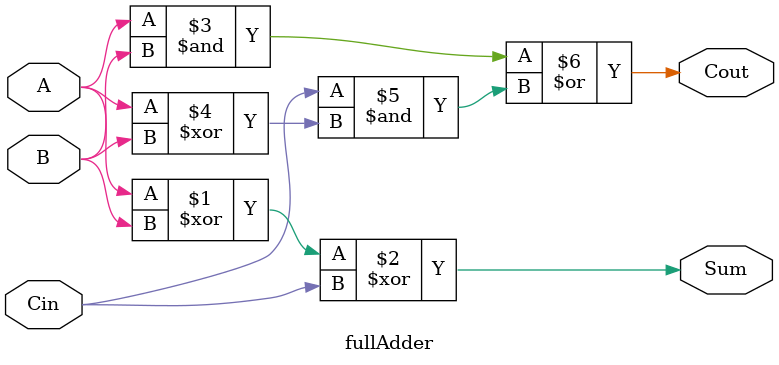
<source format=v>
module nibbleAdder( 
    input [3:0] A,
    input [3:0] B,
    input CIN,
    output [3:0] S,
    output COUT );

    wire C1,C2,C3;

    fullAdder fA0 (A[0],B[0],CIN,S[0],C1);
    fullAdder fA1 (A[1],B[1],C1,S[1],C2);
    fullAdder fA2 (A[2],B[2],C2,S[2],C3);
    fullAdder fA3 (A[3],B[3],C3,S[3],COUT);

endmodule

module fullAdder( 
    input A,
    input B,
    input Cin,
    output Sum,
    output Cout );

       assign Sum = A ^ B ^ Cin;
       assign Cout = (A & B) | (Cin & (A ^ B));

endmodule
</source>
